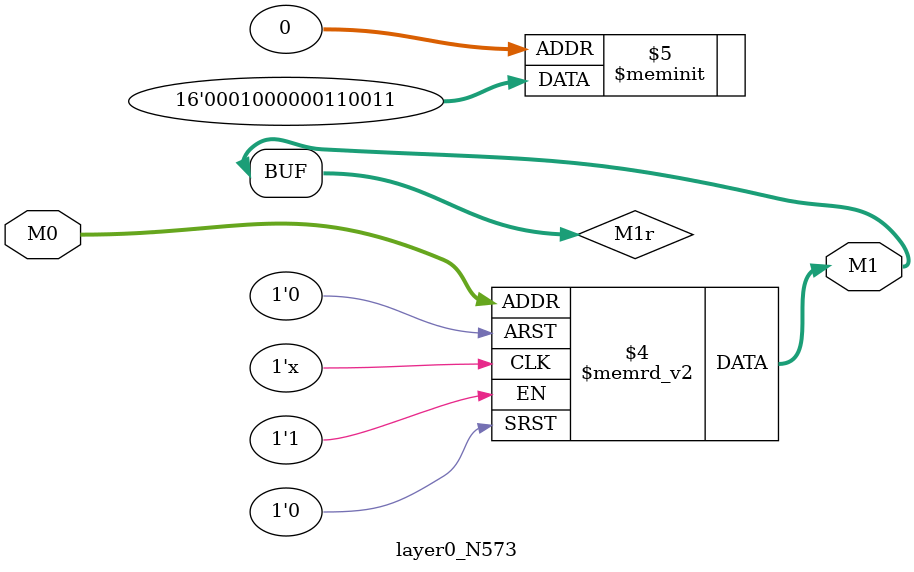
<source format=v>
module layer0_N573 ( input [2:0] M0, output [1:0] M1 );

	(*rom_style = "distributed" *) reg [1:0] M1r;
	assign M1 = M1r;
	always @ (M0) begin
		case (M0)
			3'b000: M1r = 2'b11;
			3'b100: M1r = 2'b00;
			3'b010: M1r = 2'b11;
			3'b110: M1r = 2'b01;
			3'b001: M1r = 2'b00;
			3'b101: M1r = 2'b00;
			3'b011: M1r = 2'b00;
			3'b111: M1r = 2'b00;

		endcase
	end
endmodule

</source>
